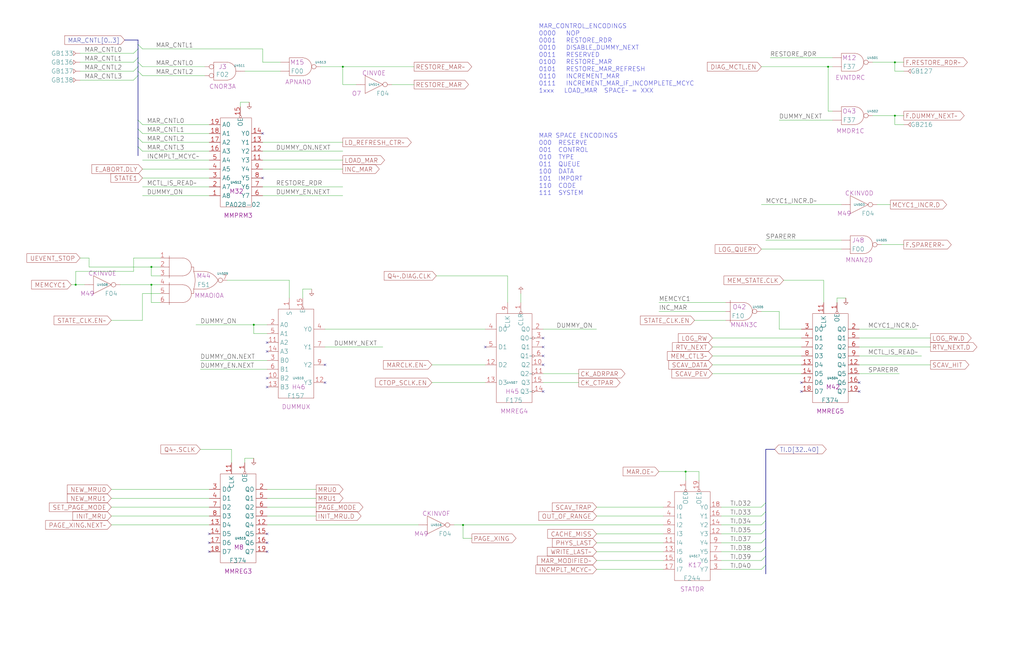
<source format=kicad_sch>
(kicad_sch (version 20250114) (generator "eeschema") (generator_version "9.0")
  (paper "User" 584.2 378.46)
  (title_block (title "MEMORY STATE MONITOR") (date "20-MAR-90") (rev "1.0") (comment 1 "FIU") (comment 2 "232-003065") (comment 3 "S400") (comment 4 "RELEASED"))
  (lib_symbols
    (symbol "r1000:F00" (pin_numbers (hide yes)) (pin_names (hide yes))
      (property "Reference" "U" (at 15.24 0 0))
      (property "Value" "F00" (at 1.905 -5.08 0))
      (property "Location" "___" (at 1.905 0 0))
      (property "Name" "______" (at 2.54 -12.7 0))
      (symbol "F00_0_1"
        (polyline (pts (xy -2.54 2.54) (xy -2.54 -7.62)) (stroke (width 0.1524)))
        (polyline (pts (xy -2.54 2.54) (xy 5.08 2.54)) (stroke (width 0.1524)))
        (polyline (pts (xy -2.54 -7.62) (xy 5.08 -7.62)) (stroke (width 0.1524)))
        (arc (start 5.08 2.54) (mid 10.1281 -2.54) (end 5.08 -7.62) (stroke (width 0.1524)))
        (circle (center 11.43 -2.54) (radius 1.27) (stroke (width 0.1524)))
      )
      (symbol "F00_0_2"
        (arc (start -3.175 2.54) (mid -2.134 -2.54) (end -3.175 -7.62) (stroke (width 0.1524)))
        (circle (center -3.81 0) (radius 1.27) (stroke (width 0.1524)))
        (circle (center -3.81 -5.08) (radius 1.27) (stroke (width 0.1524)))
        (polyline (pts (xy -3.175 2.54) (xy 3.81 2.54)) (stroke (width 0.1524)))
        (polyline (pts (xy -3.175 -7.62) (xy 3.81 -7.62)) (stroke (width 0.1524)))
        (arc (start 3.81 2.54) (mid 7.5828 0.7472) (end 10.16 -2.54) (stroke (width 0.1524)))
        (arc (start 10.16 -2.54) (mid 7.5855 -5.8306) (end 3.81 -7.62) (stroke (width 0.1524)))
      )
      (symbol "F00_1_1"
        (pin input line (at -7.62 0 0) (length 5.08) (name "D0") (number "1"))
        (pin input line (at -7.62 -5.08 0) (length 5.08) (name "D1") (number "2"))
        (pin output line (at 15.24 -2.54 180) (length 2.54) (name "Q") (number "3"))
      )
      (symbol "F00_1_2"
        (pin input line (at -7.62 0 0) (length 2.54) (name "D0") (number "1"))
        (pin input line (at -7.62 -5.08 0) (length 2.54) (name "D1") (number "2"))
        (pin output line (at 15.24 -2.54 180) (length 5.08) (name "Q") (number "3"))
      )
    )
    (symbol "r1000:F02" (pin_numbers (hide yes)) (pin_names (hide yes))
      (property "Reference" "U" (at 12.16 0.635 0))
      (property "Value" "F02" (at -1.27 -4.445 0))
      (property "Location" "___" (at 2.54 0 0))
      (property "Name" "______" (at 2.54 -12.7 0))
      (symbol "F02_0_1"
        (arc (start -3.81 2.54) (mid -2.9847 -2.54) (end -3.81 -7.62) (stroke (width 0.1524)))
        (polyline (pts (xy -5.08 0) (xy -3.175 0)) (stroke (width 0.1524)))
        (polyline (pts (xy -5.08 -5.08) (xy -3.175 -5.08)) (stroke (width 0.1524)))
        (polyline (pts (xy -3.81 2.54) (xy 2.54 2.54)) (stroke (width 0.1524)))
        (polyline (pts (xy -3.81 -7.62) (xy 2.54 -7.62)) (stroke (width 0.1524)))
        (arc (start 2.54 2.54) (mid 6.9477 0.8966) (end 10.16 -2.54) (stroke (width 0.1524)))
        (arc (start 10.16 -2.54) (mid 6.9515 -5.9823) (end 2.54 -7.62) (stroke (width 0.1524)))
        (circle (center 11.43 -2.54) (radius 1.27) (stroke (width 0.1524)))
        (polyline (pts (xy 13.97 -2.54) (xy 12.7 -2.54)) (stroke (width 0.1524)))
      )
      (symbol "F02_0_2"
        (circle (center -3.81 0) (radius 1.27) (stroke (width 0.1524)))
        (circle (center -3.81 -5.08) (radius 1.27) (stroke (width 0.1524)))
        (polyline (pts (xy -2.54 2.54) (xy -2.54 -7.62)) (stroke (width 0.1524)))
        (polyline (pts (xy -2.54 2.54) (xy 5.08 2.54)) (stroke (width 0.1524)))
        (polyline (pts (xy -2.54 -7.62) (xy 5.08 -7.62)) (stroke (width 0.1524)))
        (arc (start 5.08 2.54) (mid 10.1281 -2.54) (end 5.08 -7.62) (stroke (width 0.1524)))
        (polyline (pts (xy 11.43 -2.54) (xy 10.16 -2.54)) (stroke (width 0.1524)))
        (polyline (pts (xy 11.43 -2.54) (xy 12.7 -2.54)) (stroke (width 0.1524)))
      )
      (symbol "F02_1_1"
        (pin input line (at -7.62 0 0) (length 2.54) (name "D0") (number "1"))
        (pin input line (at -7.62 -5.08 0) (length 2.54) (name "D1") (number "2"))
        (pin output line (at 15.24 -2.54 180) (length 1.27) (name "Q") (number "3"))
      )
      (symbol "F02_1_2"
        (pin input line (at -7.62 0 0) (length 2.54) (name "D0") (number "1"))
        (pin input line (at -7.62 -5.08 0) (length 2.54) (name "D1") (number "2"))
        (pin output line (at 15.24 -2.54 180) (length 2.54) (name "Q") (number "3"))
      )
    )
    (symbol "r1000:F04" (pin_numbers (hide yes)) (pin_names (hide yes))
      (property "Reference" "U" (at 0 0 0))
      (property "Value" "F04" (at 1.27 -5.08 0))
      (property "Location" "___" (at -12.7 -5.08 0))
      (property "Name" "______" (at 0 5.08 0))
      (symbol "F04_0_1"
        (polyline (pts (xy -7.62 0) (xy -5.08 0)) (stroke (width 0.1524)))
        (polyline (pts (xy -5.08 5.08) (xy -5.08 -5.08)) (stroke (width 0.1524)))
        (polyline (pts (xy 5.08 0) (xy -5.08 5.08)) (stroke (width 0.1524)))
        (polyline (pts (xy 5.08 0) (xy -5.08 -5.08)) (stroke (width 0.1524)))
        (circle (center 6.35 0) (radius 1.27) (stroke (width 0.1524)))
      )
      (symbol "F04_1_1"
        (pin input line (at -10.16 0 0) (length 2.54) (name "D0") (number "1"))
        (pin output line (at 10.16 0 180) (length 2.54) (name "Q") (number "2"))
      )
    )
    (symbol "r1000:F10" (pin_numbers (hide yes)) (pin_names (hide yes))
      (property "Reference" "U" (at 13.335 0 0))
      (property "Value" "F10" (at 5.715 -5.08 0))
      (property "Location" "___" (at -1.27 0 0))
      (property "Name" "______" (at -2.54 -10.16 0))
      (symbol "F10_0_1"
        (polyline (pts (xy -2.54 3.81) (xy -2.54 -8.89)) (stroke (width 0.1524)))
        (polyline (pts (xy -2.54 2.54) (xy 5.08 2.54)) (stroke (width 0.1524)))
        (polyline (pts (xy -2.54 -7.62) (xy 5.08 -7.62)) (stroke (width 0.1524)))
        (arc (start 5.08 2.54) (mid 10.1281 -2.54) (end 5.08 -7.62) (stroke (width 0.1524)))
        (circle (center 11.43 -2.54) (radius 1.27) (stroke (width 0.1524)))
      )
      (symbol "F10_0_2"
        (arc (start -2.54 2.54) (mid -1.8195 -2.54) (end -2.54 -7.62) (stroke (width 0.1524)))
        (polyline (pts (xy -4.445 -2.54) (xy -5.08 -2.54)) (stroke (width 0.1524)))
        (circle (center -3.81 2.54) (radius 1.27) (stroke (width 0.1524)))
        (circle (center -3.81 -7.62) (radius 1.27) (stroke (width 0.1524)))
        (circle (center -3.175 -2.54) (radius 1.27) (stroke (width 0.1524)))
        (polyline (pts (xy -2.54 2.54) (xy 5.08 2.54)) (stroke (width 0.1524)))
        (polyline (pts (xy -2.54 -7.62) (xy 5.08 -7.62)) (stroke (width 0.1524)))
        (arc (start 5.08 2.54) (mid 8.4807 0.6111) (end 10.795 -2.54) (stroke (width 0.1524)))
        (arc (start 10.795 -2.54) (mid 8.4844 -5.6952) (end 5.08 -7.62) (stroke (width 0.1524)))
        (polyline (pts (xy 10.795 -2.54) (xy 12.7 -2.54)) (stroke (width 0.1524)))
      )
      (symbol "F10_1_1"
        (pin input line (at -5.08 2.54 0) (length 2.54) (name "D0") (number "1"))
        (pin input line (at -5.08 -2.54 0) (length 2.54) (name "D1") (number "2"))
        (pin input line (at -5.08 -7.62 0) (length 2.54) (name "D2") (number "3"))
        (pin output line (at 15.24 -2.54 180) (length 2.54) (name "Q") (number "4"))
      )
      (symbol "F10_1_2"
        (pin input line (at -5.08 2.54 0) (length 0) (name "D0") (number "1"))
        (pin input line (at -5.08 -2.54 0) (length 0) (name "D1") (number "2"))
        (pin input line (at -5.08 -7.62 0) (length 0) (name "D2") (number "3"))
        (pin output line (at 15.24 -2.54 180) (length 2.54) (name "Q") (number "4"))
      )
    )
    (symbol "r1000:F157" (pin_names (offset 1.016))
      (property "Reference" "U" (at 2.54 5.08 0))
      (property "Value" "F157" (at -3.81 -5.08 0))
      (property "Location" "___" (at -1.27 0 0))
      (property "Name" "______" (at 1.27 -12.7 0))
      (symbol "F157_1_1"
        (rectangle (start -8.89 44.45) (end 11.43 -6.35))
        (circle (center 5.08 45.085) (radius 0.635))
        (pin input line (at -15.24 35.56 0) (length 6.35) (name "A0") (number "2"))
        (pin input line (at -15.24 30.48 0) (length 6.35) (name "A1") (number "5"))
        (pin input line (at -15.24 25.4 0) (length 6.35) (name "A2") (number "11"))
        (pin input line (at -15.24 20.32 0) (length 6.35) (name "A3") (number "14"))
        (pin input line (at -15.24 15.24 0) (length 6.35) (name "B0") (number "3"))
        (pin input line (at -15.24 10.16 0) (length 6.35) (name "B1") (number "6"))
        (pin input line (at -15.24 5.08 0) (length 6.35) (name "B2") (number "10"))
        (pin input line (at -15.24 0 0) (length 6.35) (name "B3") (number "13"))
        (pin input line (at -2.54 50.8 270) (length 6.35) (name "S") (number "1"))
        (pin input line (at 5.08 50.8 270) (length 5.08) (name "E") (number "15"))
        (pin output line (at 17.78 33.02 180) (length 6.35) (name "Y0") (number "4"))
        (pin output line (at 17.78 22.86 180) (length 6.35) (name "Y1") (number "7"))
        (pin output line (at 17.78 12.7 180) (length 6.35) (name "Y2") (number "9"))
        (pin output line (at 17.78 2.54 180) (length 6.35) (name "Y3") (number "12"))
      )
    )
    (symbol "r1000:F175" (pin_names (offset 1.016))
      (property "Reference" "U" (at 2.54 5.08 0))
      (property "Value" "F175" (at -1.27 -5.08 0))
      (property "Location" "___" (at -1.27 0 0))
      (property "Name" "______" (at 3.81 -12.7 0))
      (symbol "F175_1_1"
        (rectangle (start -6.35 44.45) (end 13.97 -6.35))
        (circle (center 7.62 45.085) (radius 0.635))
        (circle (center 14.605 30.48) (radius 0.635))
        (circle (center 14.605 20.32) (radius 0.635))
        (circle (center 14.605 10.16) (radius 0.635))
        (circle (center 14.605 0) (radius 0.635))
        (pin input line (at -12.7 35.56 0) (length 6.35) (name "D0") (number "4"))
        (pin input line (at -12.7 25.4 0) (length 6.35) (name "D1") (number "5"))
        (pin input line (at -12.7 15.24 0) (length 6.35) (name "D2") (number "12"))
        (pin input line (at -12.7 5.08 0) (length 6.35) (name "D3") (number "13"))
        (pin input line (at 0 50.8 270) (length 6.35) (name "CLK") (number "9"))
        (pin input line (at 7.62 50.8 270) (length 5.08) (name "CLR") (number "1"))
        (pin output line (at 20.32 35.56 180) (length 6.35) (name "Q0") (number "2"))
        (pin output line (at 20.32 30.48 180) (length 5.08) (name "Q0~") (number "3"))
        (pin output line (at 20.32 25.4 180) (length 6.35) (name "Q1") (number "7"))
        (pin output line (at 20.32 20.32 180) (length 5.08) (name "Q1~") (number "6"))
        (pin output line (at 20.32 15.24 180) (length 6.35) (name "Q2") (number "10"))
        (pin output line (at 20.32 10.16 180) (length 5.08) (name "Q2~") (number "11"))
        (pin output line (at 20.32 5.08 180) (length 6.35) (name "Q3") (number "15"))
        (pin output line (at 20.32 0 180) (length 5.08) (name "Q3~") (number "14"))
      )
    )
    (symbol "r1000:F244" (pin_names (offset 1.016))
      (property "Reference" "U" (at 2.54 5.08 0))
      (property "Value" "F244" (at -3.81 -7.62 0))
      (property "Location" "___" (at -1.27 0 0))
      (property "Name" "______" (at 1.27 -15.24 0))
      (symbol "F244_1_1"
        (rectangle (start -8.89 41.91) (end 11.43 -8.89))
        (circle (center -2.54 42.545) (radius 0.635))
        (circle (center 5.08 42.545) (radius 0.635))
        (pin input line (at -15.24 33.02 0) (length 6.35) (name "I0") (number "2"))
        (pin input line (at -15.24 27.94 0) (length 6.35) (name "I1") (number "4"))
        (pin input line (at -15.24 22.86 0) (length 6.35) (name "I2") (number "6"))
        (pin input line (at -15.24 17.78 0) (length 6.35) (name "I3") (number "8"))
        (pin input line (at -15.24 12.7 0) (length 6.35) (name "I4") (number "11"))
        (pin input line (at -15.24 7.62 0) (length 6.35) (name "I5") (number "13"))
        (pin input line (at -15.24 2.54 0) (length 6.35) (name "I6") (number "15"))
        (pin input line (at -15.24 -2.54 0) (length 6.35) (name "I7") (number "17"))
        (pin input line (at -2.54 48.26 270) (length 5.08) (name "OE0") (number "1"))
        (pin input line (at 5.08 48.26 270) (length 5.08) (name "OE1") (number "19"))
        (pin tri_state line (at 17.78 33.02 180) (length 6.35) (name "Y0") (number "18"))
        (pin tri_state line (at 17.78 27.94 180) (length 6.35) (name "Y1") (number "16"))
        (pin tri_state line (at 17.78 22.86 180) (length 6.35) (name "Y2") (number "14"))
        (pin tri_state line (at 17.78 17.78 180) (length 6.35) (name "Y3") (number "12"))
        (pin tri_state line (at 17.78 12.7 180) (length 6.35) (name "Y4") (number "9"))
        (pin tri_state line (at 17.78 7.62 180) (length 6.35) (name "Y5") (number "7"))
        (pin tri_state line (at 17.78 2.54 180) (length 6.35) (name "Y6") (number "5"))
        (pin tri_state line (at 17.78 -2.54 180) (length 6.35) (name "Y7") (number "3"))
      )
    )
    (symbol "r1000:F37" (pin_numbers (hide yes)) (pin_names (offset 0) (hide yes))
      (property "Reference" "U" (at 15.24 0 0))
      (property "Value" "F37" (at 1.905 -5.08 0))
      (property "Location" "___" (at 1.905 0 0))
      (property "Name" "______" (at 2.54 -12.7 0))
      (symbol "F37_0_1"
        (polyline (pts (xy -2.54 2.54) (xy -2.54 -7.62)) (stroke (width 0.1524)))
        (polyline (pts (xy -2.54 2.54) (xy 5.08 2.54)) (stroke (width 0.1524)))
        (polyline (pts (xy -2.54 -7.62) (xy 5.08 -7.62)) (stroke (width 0.1524)))
        (arc (start 5.08 2.54) (mid 10.1281 -2.54) (end 5.08 -7.62) (stroke (width 0.1524)))
        (circle (center 11.43 -2.54) (radius 1.27) (stroke (width 0.1524)))
      )
      (symbol "F37_0_2"
        (arc (start -3.175 2.54) (mid -2.134 -2.54) (end -3.175 -7.62) (stroke (width 0.1524)))
        (circle (center -3.81 0) (radius 1.27) (stroke (width 0.1524)))
        (circle (center -3.81 -5.08) (radius 1.27) (stroke (width 0.1524)))
        (polyline (pts (xy -3.175 2.54) (xy 3.81 2.54)) (stroke (width 0.1524)))
        (polyline (pts (xy -3.175 -7.62) (xy 3.81 -7.62)) (stroke (width 0.1524)))
        (arc (start 3.81 2.54) (mid 7.5828 0.7472) (end 10.16 -2.54) (stroke (width 0.1524)))
        (arc (start 10.16 -2.54) (mid 7.5855 -5.8306) (end 3.81 -7.62) (stroke (width 0.1524)))
      )
      (symbol "F37_1_1"
        (pin input line (at -7.62 0 0) (length 5.08) (name "D0") (number "1"))
        (pin input line (at -7.62 -5.08 0) (length 5.08) (name "D1") (number "2"))
        (pin output line (at 15.24 -2.54 180) (length 2.54) (name "Q") (number "3"))
      )
      (symbol "F37_1_2"
        (pin input line (at -7.62 0 0) (length 2.54) (name "D0") (number "1"))
        (pin input line (at -7.62 -5.08 0) (length 2.54) (name "D1") (number "2"))
        (pin output line (at 15.24 -2.54 180) (length 5.08) (name "Q") (number "3"))
      )
    )
    (symbol "r1000:F374" (pin_names (offset 1.016))
      (property "Reference" "U" (at 2.54 5.08 0))
      (property "Value" "F374" (at -3.81 -7.62 0))
      (property "Location" "___" (at -1.27 0 0))
      (property "Name" "______" (at 1.27 -15.24 0))
      (symbol "F374_1_1"
        (rectangle (start -8.89 41.91) (end 11.43 -8.89))
        (circle (center 5.08 42.545) (radius 0.635))
        (pin input line (at -15.24 33.02 0) (length 6.35) (name "D0") (number "3"))
        (pin input line (at -15.24 27.94 0) (length 6.35) (name "D1") (number "4"))
        (pin input line (at -15.24 22.86 0) (length 6.35) (name "D2") (number "7"))
        (pin input line (at -15.24 17.78 0) (length 6.35) (name "D3") (number "8"))
        (pin input line (at -15.24 12.7 0) (length 6.35) (name "D4") (number "13"))
        (pin input line (at -15.24 7.62 0) (length 6.35) (name "D5") (number "14"))
        (pin input line (at -15.24 2.54 0) (length 6.35) (name "D6") (number "17"))
        (pin input line (at -15.24 -2.54 0) (length 6.35) (name "D7") (number "18"))
        (pin input line (at -2.54 48.26 270) (length 6.35) (name "CLK") (number "11"))
        (pin input line (at 5.08 48.26 270) (length 5.08) (name "OE") (number "1"))
        (pin tri_state line (at 17.78 33.02 180) (length 6.35) (name "Q0") (number "2"))
        (pin tri_state line (at 17.78 27.94 180) (length 6.35) (name "Q1") (number "5"))
        (pin tri_state line (at 17.78 22.86 180) (length 6.35) (name "Q2") (number "6"))
        (pin tri_state line (at 17.78 17.78 180) (length 6.35) (name "Q3") (number "9"))
        (pin tri_state line (at 17.78 12.7 180) (length 6.35) (name "Q4") (number "12"))
        (pin tri_state line (at 17.78 7.62 180) (length 6.35) (name "Q5") (number "15"))
        (pin tri_state line (at 17.78 2.54 180) (length 6.35) (name "Q6") (number "16"))
        (pin tri_state line (at 17.78 -2.54 180) (length 6.35) (name "Q7") (number "19"))
      )
    )
    (symbol "r1000:F51" (pin_names (hide yes))
      (property "Reference" "U" (at 12.7 1.27 0))
      (property "Value" "F51" (at 1.905 -5.08 0))
      (property "Location" "___" (at 1.905 0 0))
      (property "Name" "______" (at 5.08 -12.7 0))
      (symbol "F51_0_0"
        (polyline (pts (xy -20.32 10.16) (xy -17.78 10.16)) (stroke (width 0.1524)))
        (polyline (pts (xy -20.32 5.08) (xy -17.78 5.08)) (stroke (width 0.1524)))
        (polyline (pts (xy -20.32 0) (xy -17.78 0)) (stroke (width 0.1524)))
        (polyline (pts (xy -20.32 -5.08) (xy -17.78 -5.08)) (stroke (width 0.1524)))
        (polyline (pts (xy -20.32 -10.16) (xy -17.78 -10.16)) (stroke (width 0.1524)))
        (polyline (pts (xy -20.32 -15.24) (xy -17.78 -15.24)) (stroke (width 0.1524)))
        (arc (start -3.8173 2.54) (mid -2.9926 -2.54) (end -3.8173 -7.62) (stroke (width 0.1524)))
        (polyline (pts (xy -17.78 11.43) (xy -17.78 -1.27)) (stroke (width 0.1524)))
        (polyline (pts (xy -17.78 -3.81) (xy -17.78 -16.51)) (stroke (width 0.1524)))
        (polyline (pts (xy -10.16 10.16) (xy -17.78 10.16)) (stroke (width 0.1524)))
        (arc (start -10.16 10.16) (mid -6.5679 8.6721) (end -5.08 5.08) (stroke (width 0.1524)))
        (arc (start -5.08 5.08) (mid -6.5679 1.4879) (end -10.16 0) (stroke (width 0.1524)))
        (polyline (pts (xy -10.16 0) (xy -17.78 0)) (stroke (width 0.1524)))
        (polyline (pts (xy -10.16 -5.08) (xy -17.78 -5.08)) (stroke (width 0.1524)))
        (arc (start -10.16 -5.08) (mid -6.5679 -6.5679) (end -5.08 -10.16) (stroke (width 0.1524)))
        (arc (start -5.08 -10.16) (mid -6.5679 -13.7521) (end -10.16 -15.24) (stroke (width 0.1524)))
        (polyline (pts (xy -10.16 -15.24) (xy -17.78 -15.24)) (stroke (width 0.1524)))
        (polyline (pts (xy -5.08 5.08) (xy -3.81 5.08) (xy -3.81 2.54)) (stroke (width 0.1524)))
        (polyline (pts (xy -5.08 -10.16) (xy -3.81 -10.16) (xy -3.81 -7.62)) (stroke (width 0.1524)))
        (polyline (pts (xy -3.81 2.54) (xy 2.54 2.54)) (stroke (width 0.1524)))
        (polyline (pts (xy -3.81 -7.62) (xy 2.54 -7.62)) (stroke (width 0.1524)))
        (arc (start 10.16 -2.54) (mid 6.9504 -5.9807) (end 2.54 -7.62) (stroke (width 0.1524)))
        (arc (start 2.54 2.54) (mid 6.9516 0.9024) (end 10.16 -2.54) (stroke (width 0.1524)))
        (circle (center 11.43 -2.54) (radius 1.27) (stroke (width 0.1524)))
      )
      (symbol "F51_1_1"
        (pin input line (at -22.86 10.16 0) (length 2.54) (name "A1") (number "1"))
        (pin input line (at -22.86 5.08 0) (length 2.54) (name "A2") (number "2"))
        (pin input line (at -22.86 0 0) (length 2.54) (name "A3") (number "3"))
        (pin input line (at -22.86 -5.08 0) (length 2.54) (name "B1") (number "4"))
        (pin input line (at -22.86 -10.16 0) (length 2.54) (name "B2") (number "5"))
        (pin input line (at -22.86 -15.24 0) (length 2.54) (name "B3") (number "6"))
        (pin output line (at 15.24 -2.54 180) (length 2.54) (name "Q") (number "7"))
      )
    )
    (symbol "r1000:GB" (pin_numbers (hide yes)) (pin_names (offset 0) (hide yes))
      (property "Reference" "GB" (at 3.81 0 0))
      (symbol "GB_0_1"
        (polyline (pts (xy 2.54 0) (xy 3.81 1.27) (xy 3.81 -1.27) (xy 2.54 0)) (stroke (width 0.1524)))
      )
      (symbol "GB_1_1"
        (pin bidirectional line (at 0 0 0) (length 2.54) (name "") (number "1"))
      )
    )
    (symbol "r1000:PAxxx" (pin_names (offset 1.016))
      (property "Reference" "U" (at 2.54 5.08 0))
      (property "Value" "PAxxx" (at -3.81 -7.62 0))
      (property "Location" "___" (at -1.27 0 0))
      (property "Name" "______" (at 3.81 -15.24 0))
      (symbol "PAxxx_1_1"
        (rectangle (start -6.35 41.91) (end 11.43 -8.89))
        (circle (center 5.08 42.545) (radius 0.635))
        (pin input line (at -12.7 38.1 0) (length 6.35) (name "A0") (number "19"))
        (pin input line (at -12.7 33.02 0) (length 6.35) (name "A1") (number "18"))
        (pin input line (at -12.7 27.94 0) (length 6.35) (name "A2") (number "17"))
        (pin input line (at -12.7 22.86 0) (length 6.35) (name "A3") (number "16"))
        (pin input line (at -12.7 17.78 0) (length 6.35) (name "A4") (number "5"))
        (pin input line (at -12.7 12.7 0) (length 6.35) (name "A5") (number "4"))
        (pin input line (at -12.7 7.62 0) (length 6.35) (name "A6") (number "3"))
        (pin input line (at -12.7 2.54 0) (length 6.35) (name "A7") (number "2"))
        (pin input line (at -12.7 -2.54 0) (length 6.35) (name "A8") (number "1"))
        (pin input line (at 5.08 48.26 270) (length 5.08) (name "OE") (number "15"))
        (pin tri_state line (at 17.78 33.02 180) (length 6.35) (name "Y0") (number "14"))
        (pin tri_state line (at 17.78 27.94 180) (length 6.35) (name "Y1") (number "13"))
        (pin tri_state line (at 17.78 22.86 180) (length 6.35) (name "Y2") (number "12"))
        (pin tri_state line (at 17.78 17.78 180) (length 6.35) (name "Y3") (number "11"))
        (pin tri_state line (at 17.78 12.7 180) (length 6.35) (name "Y4") (number "9"))
        (pin tri_state line (at 17.78 7.62 180) (length 6.35) (name "Y5") (number "8"))
        (pin tri_state line (at 17.78 2.54 180) (length 6.35) (name "Y6") (number "7"))
        (pin tri_state line (at 17.78 -2.54 180) (length 6.35) (name "Y7") (number "6"))
      )
    )
    (symbol "r1000:PD" (power) (pin_numbers (hide yes)) (pin_names (hide yes)) (in_bom no)
      (symbol "PD_0_1"
        (polyline (pts (xy 0 -2.54) (xy 1.27 -2.54) (xy 0 -3.81) (xy -1.27 -2.54) (xy 0 -2.54)) (stroke (width 0.1524)))
      )
      (symbol "PD_1_1"
        (pin power_in line (at 0 0 270) (length 2.54) (name "PD") (number "1"))
      )
    )
    (symbol "r1000:PU" (power) (pin_numbers (hide yes)) (pin_names (hide yes))
      (symbol "PU_0_1"
        (polyline (pts (xy 0 2.54) (xy -1.27 2.54) (xy 0 3.81) (xy 1.27 2.54) (xy 0 2.54)) (stroke (width 0.1524)))
      )
      (symbol "PU_1_1"
        (pin power_in line (at 0 0 90) (length 2.54) (name "PU") (number "1"))
      )
    )
  )
  (text "MAR_CONTROL_ENCODINGS\n0000   NOP\n0001   RESTORE_RDR\n0010   DISABLE_DUMMY_NEXT\n0011   RESERVED\n0100   RESTORE_MAR\n0101   RESTORE_MAR_REFRESH\n0110   INCREMENT_MAR\n0111   INCREMENT_MAR_IF_INCOMPLETE_MCYC\n1xxx   LOAD_MAR  SPACE~ = XXX" (at 307.34 53.34 0) (effects (font (size 2.54 2.54)) (justify left bottom)))
  (text "MAR SPACE ENCODINGS\n000  RESERVE\n001  CONTROL\n010  TYPE\n011  QUEUE\n100  DATA\n101  IMPORT\n110  CODE\n111  SYSTEM" (at 307.34 111.76 0) (effects (font (size 2.54 2.54)) (justify left bottom)))
  (junction (at 43.18 162.56))
  (junction (at 86.36 152.4))
  (junction (at 510.54 35.56))
  (junction (at 510.54 66.04))
  (junction (at 264.16 299.72))
  (junction (at 391.16 269.24))
  (junction (at 86.36 162.56))
  (junction (at 472.44 38.1))
  (junction (at 195.58 38.1))
  (junction (at 144.78 185.42))
  (no_connect (at 309.88 203.2))
  (no_connect (at 119.38 309.88))
  (no_connect (at 309.88 193.04))
  (no_connect (at 149.86 101.6))
  (no_connect (at 309.88 198.12))
  (no_connect (at 185.42 218.44))
  (no_connect (at 119.38 314.96))
  (no_connect (at 152.4 200.66))
  (no_connect (at 152.4 220.98))
  (no_connect (at 152.4 309.88))
  (no_connect (at 149.86 76.2))
  (no_connect (at 457.2 218.44))
  (no_connect (at 152.4 215.9))
  (no_connect (at 309.88 208.28))
  (no_connect (at 457.2 223.52))
  (no_connect (at 490.22 218.44))
  (no_connect (at 309.88 223.52))
  (no_connect (at 152.4 195.58))
  (no_connect (at 276.86 198.12))
  (no_connect (at 185.42 208.28))
  (no_connect (at 119.38 304.8))
  (no_connect (at 152.4 314.96))
  (no_connect (at 490.22 223.52))
  (no_connect (at 152.4 304.8))
  (bus_entry (at 78.74 25.4) (size 2.54 2.54))
  (bus_entry (at 78.74 83.82) (size 2.54 2.54))
  (bus_entry (at 436.88 322.58) (size -2.54 2.54))
  (bus_entry (at 436.88 317.5) (size -2.54 2.54))
  (bus_entry (at 78.74 43.18) (size -2.54 2.54))
  (bus_entry (at 78.74 38.1) (size -2.54 2.54))
  (bus_entry (at 436.88 302.26) (size -2.54 2.54))
  (bus_entry (at 436.88 312.42) (size -2.54 2.54))
  (bus_entry (at 78.74 68.58) (size 2.54 2.54))
  (bus_entry (at 436.88 297.18) (size -2.54 2.54))
  (bus_entry (at 78.74 78.74) (size 2.54 2.54))
  (bus_entry (at 78.74 33.02) (size -2.54 2.54))
  (bus_entry (at 436.88 292.1) (size -2.54 2.54))
  (bus_entry (at 78.74 73.66) (size 2.54 2.54))
  (bus_entry (at 436.88 287.02) (size -2.54 2.54))
  (bus_entry (at 78.74 35.56) (size 2.54 2.54))
  (bus_entry (at 436.88 307.34) (size -2.54 2.54))
  (bus_entry (at 78.74 27.94) (size -2.54 2.54))
  (bus_entry (at 78.74 40.64) (size 2.54 2.54))
  (wire (pts (xy 160.02 35.56) (xy 149.86 35.56)))
  (wire (pts (xy 43.18 154.94) (xy 76.2 154.94)))
  (wire (pts (xy 472.44 38.1) (xy 474.98 38.1)))
  (wire (pts (xy 91.44 157.48) (xy 86.36 157.48)))
  (wire (pts (xy 149.86 111.76) (xy 195.58 111.76)))
  (wire (pts (xy 142.24 58.42) (xy 137.16 58.42)))
  (wire (pts (xy 482.6 170.18) (xy 477.52 170.18)))
  (wire (pts (xy 444.5 68.58) (xy 474.98 68.58)))
  (wire (pts (xy 490.22 208.28) (xy 530.86 208.28)))
  (wire (pts (xy 406.4 213.36) (xy 457.2 213.36)))
  (bus (pts (xy 436.88 322.58) (xy 436.88 327.66)))
  (wire (pts (xy 264.16 307.34) (xy 264.16 299.72)))
  (wire (pts (xy 474.98 63.5) (xy 472.44 63.5)))
  (wire (pts (xy 340.36 304.8) (xy 378.46 304.8)))
  (bus (pts (xy 436.88 292.1) (xy 436.88 297.18)))
  (wire (pts (xy 515.62 71.12) (xy 510.54 71.12)))
  (bus (pts (xy 78.74 83.82) (xy 78.74 88.9)))
  (wire (pts (xy 195.58 48.26) (xy 195.58 38.1)))
  (bus (pts (xy 78.74 27.94) (xy 78.74 33.02)))
  (wire (pts (xy 406.4 208.28) (xy 457.2 208.28)))
  (wire (pts (xy 309.88 213.36) (xy 330.2 213.36)))
  (bus (pts (xy 78.74 43.18) (xy 78.74 68.58)))
  (wire (pts (xy 411.48 320.04) (xy 434.34 320.04)))
  (wire (pts (xy 45.72 30.48) (xy 76.2 30.48)))
  (wire (pts (xy 497.84 35.56) (xy 510.54 35.56)))
  (wire (pts (xy 469.9 172.72) (xy 469.9 160.02)))
  (wire (pts (xy 152.4 294.64) (xy 180.34 294.64)))
  (wire (pts (xy 340.36 289.56) (xy 378.46 289.56)))
  (wire (pts (xy 144.78 261.62) (xy 139.7 261.62)))
  (wire (pts (xy 81.28 96.52) (xy 119.38 96.52)))
  (wire (pts (xy 502.92 139.7) (xy 515.62 139.7)))
  (wire (pts (xy 490.22 198.12) (xy 530.86 198.12)))
  (wire (pts (xy 86.36 172.72) (xy 86.36 162.56)))
  (wire (pts (xy 406.4 193.04) (xy 457.2 193.04)))
  (wire (pts (xy 515.62 40.64) (xy 510.54 40.64)))
  (wire (pts (xy 340.36 325.12) (xy 378.46 325.12)))
  (wire (pts (xy 81.28 86.36) (xy 119.38 86.36)))
  (wire (pts (xy 500.38 116.84) (xy 508 116.84)))
  (wire (pts (xy 81.28 167.64) (xy 91.44 167.64)))
  (wire (pts (xy 81.28 71.12) (xy 119.38 71.12)))
  (wire (pts (xy 490.22 193.04) (xy 530.86 193.04)))
  (wire (pts (xy 68.58 162.56) (xy 86.36 162.56)))
  (wire (pts (xy 289.56 172.72) (xy 289.56 157.48)))
  (wire (pts (xy 396.24 182.88) (xy 414.02 182.88)))
  (bus (pts (xy 78.74 35.56) (xy 78.74 38.1)))
  (wire (pts (xy 340.36 294.64) (xy 378.46 294.64)))
  (bus (pts (xy 436.88 256.54) (xy 441.96 256.54)))
  (wire (pts (xy 114.3 210.82) (xy 152.4 210.82)))
  (wire (pts (xy 472.44 63.5) (xy 472.44 38.1)))
  (bus (pts (xy 436.88 297.18) (xy 436.88 302.26)))
  (wire (pts (xy 223.52 48.26) (xy 236.22 48.26)))
  (wire (pts (xy 411.48 294.64) (xy 434.34 294.64)))
  (wire (pts (xy 43.18 154.94) (xy 43.18 162.56)))
  (bus (pts (xy 78.74 78.74) (xy 78.74 83.82)))
  (wire (pts (xy 114.3 205.74) (xy 152.4 205.74)))
  (wire (pts (xy 81.28 76.2) (xy 119.38 76.2)))
  (wire (pts (xy 144.78 185.42) (xy 152.4 185.42)))
  (wire (pts (xy 497.84 66.04) (xy 510.54 66.04)))
  (bus (pts (xy 78.74 25.4) (xy 78.74 27.94)))
  (wire (pts (xy 63.5 289.56) (xy 119.38 289.56)))
  (wire (pts (xy 81.28 91.44) (xy 119.38 91.44)))
  (wire (pts (xy 340.36 309.88) (xy 378.46 309.88)))
  (wire (pts (xy 469.9 160.02) (xy 447.04 160.02)))
  (bus (pts (xy 78.74 68.58) (xy 78.74 73.66)))
  (wire (pts (xy 139.7 40.64) (xy 160.02 40.64)))
  (wire (pts (xy 63.5 294.64) (xy 119.38 294.64)))
  (wire (pts (xy 45.72 147.32) (xy 50.8 147.32)))
  (wire (pts (xy 490.22 213.36) (xy 513.08 213.36)))
  (wire (pts (xy 149.86 96.52) (xy 195.58 96.52)))
  (wire (pts (xy 50.8 152.4) (xy 86.36 152.4)))
  (wire (pts (xy 510.54 40.64) (xy 510.54 35.56)))
  (wire (pts (xy 195.58 38.1) (xy 236.22 38.1)))
  (wire (pts (xy 149.86 91.44) (xy 195.58 91.44)))
  (bus (pts (xy 436.88 302.26) (xy 436.88 307.34)))
  (wire (pts (xy 152.4 284.48) (xy 180.34 284.48)))
  (wire (pts (xy 457.2 187.96) (xy 444.5 187.96)))
  (wire (pts (xy 340.36 320.04) (xy 378.46 320.04)))
  (wire (pts (xy 63.5 299.72) (xy 119.38 299.72)))
  (wire (pts (xy 246.38 208.28) (xy 276.86 208.28)))
  (wire (pts (xy 81.28 43.18) (xy 116.84 43.18)))
  (wire (pts (xy 91.44 172.72) (xy 86.36 172.72)))
  (wire (pts (xy 375.92 177.8) (xy 414.02 177.8)))
  (wire (pts (xy 477.52 170.18) (xy 477.52 172.72)))
  (wire (pts (xy 63.5 182.88) (xy 81.28 182.88)))
  (wire (pts (xy 391.16 269.24) (xy 375.92 269.24)))
  (wire (pts (xy 309.88 218.44) (xy 330.2 218.44)))
  (wire (pts (xy 165.1 170.18) (xy 165.1 160.02)))
  (wire (pts (xy 152.4 289.56) (xy 180.34 289.56)))
  (wire (pts (xy 490.22 203.2) (xy 525.78 203.2)))
  (bus (pts (xy 78.74 40.64) (xy 78.74 43.18)))
  (wire (pts (xy 132.08 256.54) (xy 114.3 256.54)))
  (bus (pts (xy 71.12 22.86) (xy 78.74 22.86)))
  (wire (pts (xy 86.36 162.56) (xy 91.44 162.56)))
  (wire (pts (xy 406.4 198.12) (xy 457.2 198.12)))
  (bus (pts (xy 78.74 38.1) (xy 78.74 40.64)))
  (wire (pts (xy 264.16 299.72) (xy 378.46 299.72)))
  (wire (pts (xy 398.78 274.32) (xy 398.78 269.24)))
  (wire (pts (xy 81.28 106.68) (xy 119.38 106.68)))
  (wire (pts (xy 182.88 38.1) (xy 195.58 38.1)))
  (wire (pts (xy 398.78 269.24) (xy 391.16 269.24)))
  (wire (pts (xy 165.1 160.02) (xy 129.54 160.02)))
  (wire (pts (xy 144.78 190.5) (xy 144.78 185.42)))
  (wire (pts (xy 111.76 185.42) (xy 144.78 185.42)))
  (wire (pts (xy 411.48 325.12) (xy 434.34 325.12)))
  (wire (pts (xy 434.34 116.84) (xy 480.06 116.84)))
  (wire (pts (xy 86.36 152.4) (xy 91.44 152.4)))
  (wire (pts (xy 411.48 299.72) (xy 434.34 299.72)))
  (wire (pts (xy 340.36 314.96) (xy 378.46 314.96)))
  (bus (pts (xy 436.88 317.5) (xy 436.88 322.58)))
  (wire (pts (xy 149.86 106.68) (xy 195.58 106.68)))
  (wire (pts (xy 297.18 167.64) (xy 297.18 172.72)))
  (wire (pts (xy 436.88 137.16) (xy 480.06 137.16)))
  (wire (pts (xy 152.4 279.4) (xy 180.34 279.4)))
  (wire (pts (xy 76.2 147.32) (xy 91.44 147.32)))
  (bus (pts (xy 78.74 33.02) (xy 78.74 35.56)))
  (wire (pts (xy 203.2 48.26) (xy 195.58 48.26)))
  (wire (pts (xy 510.54 66.04) (xy 515.62 66.04)))
  (wire (pts (xy 81.28 182.88) (xy 81.28 167.64)))
  (wire (pts (xy 269.24 307.34) (xy 264.16 307.34)))
  (wire (pts (xy 152.4 190.5) (xy 144.78 190.5)))
  (wire (pts (xy 149.86 27.94) (xy 81.28 27.94)))
  (wire (pts (xy 149.86 35.56) (xy 149.86 27.94)))
  (wire (pts (xy 149.86 81.28) (xy 195.58 81.28)))
  (wire (pts (xy 152.4 299.72) (xy 238.76 299.72)))
  (wire (pts (xy 45.72 45.72) (xy 76.2 45.72)))
  (wire (pts (xy 510.54 71.12) (xy 510.54 66.04)))
  (wire (pts (xy 63.5 284.48) (xy 119.38 284.48)))
  (wire (pts (xy 411.48 304.8) (xy 434.34 304.8)))
  (wire (pts (xy 439.42 33.02) (xy 474.98 33.02)))
  (wire (pts (xy 81.28 81.28) (xy 119.38 81.28)))
  (wire (pts (xy 149.86 86.36) (xy 195.58 86.36)))
  (wire (pts (xy 246.38 218.44) (xy 276.86 218.44)))
  (wire (pts (xy 309.88 187.96) (xy 340.36 187.96)))
  (wire (pts (xy 43.18 162.56) (xy 48.26 162.56)))
  (wire (pts (xy 63.5 279.4) (xy 119.38 279.4)))
  (wire (pts (xy 76.2 154.94) (xy 76.2 147.32)))
  (wire (pts (xy 411.48 314.96) (xy 434.34 314.96)))
  (wire (pts (xy 81.28 101.6) (xy 119.38 101.6)))
  (bus (pts (xy 78.74 22.86) (xy 78.74 25.4)))
  (wire (pts (xy 444.5 177.8) (xy 434.34 177.8)))
  (bus (pts (xy 436.88 287.02) (xy 436.88 292.1)))
  (wire (pts (xy 45.72 35.56) (xy 76.2 35.56)))
  (wire (pts (xy 172.72 170.18) (xy 172.72 165.1)))
  (wire (pts (xy 406.4 203.2) (xy 457.2 203.2)))
  (wire (pts (xy 490.22 187.96) (xy 523.24 187.96)))
  (wire (pts (xy 185.42 187.96) (xy 276.86 187.96)))
  (wire (pts (xy 172.72 165.1) (xy 177.8 165.1)))
  (wire (pts (xy 185.42 198.12) (xy 218.44 198.12)))
  (wire (pts (xy 444.5 187.96) (xy 444.5 177.8)))
  (wire (pts (xy 411.48 309.88) (xy 434.34 309.88)))
  (wire (pts (xy 81.28 111.76) (xy 119.38 111.76)))
  (bus (pts (xy 436.88 256.54) (xy 436.88 287.02)))
  (bus (pts (xy 436.88 307.34) (xy 436.88 312.42)))
  (wire (pts (xy 289.56 157.48) (xy 248.92 157.48)))
  (bus (pts (xy 78.74 73.66) (xy 78.74 78.74)))
  (wire (pts (xy 139.7 261.62) (xy 139.7 264.16)))
  (wire (pts (xy 510.54 35.56) (xy 515.62 35.56)))
  (wire (pts (xy 50.8 147.32) (xy 50.8 152.4)))
  (wire (pts (xy 137.16 58.42) (xy 137.16 60.96)))
  (wire (pts (xy 391.16 274.32) (xy 391.16 269.24)))
  (wire (pts (xy 40.64 162.56) (xy 43.18 162.56)))
  (wire (pts (xy 434.34 142.24) (xy 480.06 142.24)))
  (wire (pts (xy 434.34 38.1) (xy 472.44 38.1)))
  (wire (pts (xy 411.48 289.56) (xy 434.34 289.56)))
  (wire (pts (xy 375.92 172.72) (xy 414.02 172.72)))
  (wire (pts (xy 81.28 38.1) (xy 116.84 38.1)))
  (bus (pts (xy 436.88 312.42) (xy 436.88 317.5)))
  (wire (pts (xy 132.08 264.16) (xy 132.08 256.54)))
  (wire (pts (xy 259.08 299.72) (xy 264.16 299.72)))
  (wire (pts (xy 86.36 157.48) (xy 86.36 152.4)))
  (wire (pts (xy 45.72 40.64) (xy 76.2 40.64)))
  (label "MAR_CNTL3" (at 83.82 86.36 0) (effects (font (size 2.54 2.54))))
  (label "INCMPLT_MCYC~" (at 83.82 91.44 0) (effects (font (size 2.54 2.54))))
  (label "DUMMY_ON" (at 83.82 111.76 0) (effects (font (size 2.54 2.54))))
  (label "TI.D39" (at 416.56 320.04 0) (effects (font (size 2.54 2.54))))
  (label "MCYC1_INCR.D~" (at 495.3 187.96 0) (effects (font (size 2.54 2.54))))
  (label "MAR_CNTL2" (at 88.9 43.18 0) (effects (font (size 2.54 2.54))))
  (label "DUMMY_ON" (at 317.5 187.96 0) (effects (font (size 2.54 2.54))))
  (label "MCTL_IS_READ~" (at 83.82 106.68 0) (effects (font (size 2.54 2.54))))
  (label "TI.D37" (at 416.56 309.88 0) (effects (font (size 2.54 2.54))))
  (label "TI.D32" (at 416.56 289.56 0) (effects (font (size 2.54 2.54))))
  (label "DUMMY_EN.NEXT" (at 157.48 111.76 0) (effects (font (size 2.54 2.54))))
  (label "DUMMY_EN.NEXT" (at 114.3 210.82 0) (effects (font (size 2.54 2.54))))
  (label "SPARERR" (at 436.88 137.16 0) (effects (font (size 2.54 2.54))))
  (label "TI.D35" (at 416.56 304.8 0) (effects (font (size 2.54 2.54))))
  (label "DUMMY_ON" (at 114.3 185.42 0) (effects (font (size 2.54 2.54))))
  (label "MAR_CNTL3" (at 48.26 45.72 0) (effects (font (size 2.54 2.54))))
  (label "DUMMY_ON.NEXT" (at 157.48 86.36 0) (effects (font (size 2.54 2.54))))
  (label "DUMMY_ON.NEXT" (at 114.3 205.74 0) (effects (font (size 2.54 2.54))))
  (label "SPARERR" (at 495.3 213.36 0) (effects (font (size 2.54 2.54))))
  (label "RESTORE_RDR" (at 157.48 106.68 0) (effects (font (size 2.54 2.54))))
  (label "MAR_CNTL1" (at 83.82 76.2 0) (effects (font (size 2.54 2.54))))
  (label "DUMMY_NEXT" (at 444.5 68.58 0) (effects (font (size 2.54 2.54))))
  (label "INC_MAR" (at 375.92 177.8 0) (effects (font (size 2.54 2.54))))
  (label "MAR_CNTL2" (at 48.26 40.64 0) (effects (font (size 2.54 2.54))))
  (label "TI.D33" (at 416.56 294.64 0) (effects (font (size 2.54 2.54))))
  (label "MEMCYC1" (at 375.92 172.72 0) (effects (font (size 2.54 2.54))))
  (label "MAR_CNTL0" (at 88.9 38.1 0) (effects (font (size 2.54 2.54))))
  (label "MAR_CNTL0" (at 83.82 71.12 0) (effects (font (size 2.54 2.54))))
  (label "TI.D34" (at 416.56 299.72 0) (effects (font (size 2.54 2.54))))
  (label "MCTL_IS_READ~" (at 495.3 203.2 0) (effects (font (size 2.54 2.54))))
  (label "MAR_CNTL1" (at 88.9 27.94 0) (effects (font (size 2.54 2.54))))
  (label "TI.D40" (at 416.56 325.12 0) (effects (font (size 2.54 2.54))))
  (label "RESTORE_RDR" (at 439.42 33.02 0) (effects (font (size 2.54 2.54))))
  (label "MAR_CNTL2" (at 83.82 81.28 0) (effects (font (size 2.54 2.54))))
  (label "MAR_CNTL1" (at 48.26 35.56 0) (effects (font (size 2.54 2.54))))
  (label "MCYC1_INCR.D~" (at 436.88 116.84 0) (effects (font (size 2.54 2.54))))
  (label "DUMMY_NEXT" (at 190.5 198.12 0) (effects (font (size 2.54 2.54))))
  (label "MAR_CNTL0" (at 48.26 30.48 0) (effects (font (size 2.54 2.54))))
  (label "TI.D38" (at 416.56 314.96 0) (effects (font (size 2.54 2.54))))
  (global_label "NEW_MRU1" (shape input) (at 63.5 284.48 180) (effects (font (size 2.54 2.54))) (property "Intersheetrefs" "${INTERSHEET_REFS}" (at 38.354 284.3213 0) (effects (font (size 1.905 1.905)) (justify right))))
  (global_label "Q4~.DIAG.CLK" (shape input) (at 248.92 157.48 180) (effects (font (size 2.54 2.54))) (property "Intersheetrefs" "${INTERSHEET_REFS}" (at 219.1778 157.3213 0) (effects (font (size 1.905 1.905)) (justify right))))
  (global_label "LOG_QUERY" (shape input) (at 434.34 142.24 180) (effects (font (size 2.54 2.54))) (property "Intersheetrefs" "${INTERSHEET_REFS}" (at 407.9845 142.0813 0) (effects (font (size 1.905 1.905)) (justify right))))
  (global_label "PAGE_XING" (shape output) (at 269.24 307.34 0) (effects (font (size 2.54 2.54))) (property "Intersheetrefs" "${INTERSHEET_REFS}" (at 294.386 307.1813 0) (effects (font (size 1.905 1.905)) (justify left))))
  (global_label "PAGE_XING.NEXT~" (shape input) (at 63.5 299.72 180) (effects (font (size 2.54 2.54))) (property "Intersheetrefs" "${INTERSHEET_REFS}" (at 26.0169 299.5613 0) (effects (font (size 1.905 1.905)) (justify right))))
  (global_label "MEM_STATE.CLK" (shape input) (at 447.04 160.02 180) (effects (font (size 2.54 2.54))) (property "Intersheetrefs" "${INTERSHEET_REFS}" (at 413.0645 159.8613 0) (effects (font (size 1.905 1.905)) (justify right))))
  (global_label "RESTORE_MAR" (shape output) (at 236.22 48.26 0) (effects (font (size 2.54 2.54))) (property "Intersheetrefs" "${INTERSHEET_REFS}" (at 267.2927 48.1013 0) (effects (font (size 1.905 1.905)) (justify left))))
  (global_label "STATE1" (shape input) (at 81.28 101.6 180) (effects (font (size 2.54 2.54))) (property "Intersheetrefs" "${INTERSHEET_REFS}" (at 63.2702 101.4413 0) (effects (font (size 1.905 1.905)) (justify right))))
  (global_label "SCAV_TRAP" (shape input) (at 340.36 289.56 180) (effects (font (size 2.54 2.54))) (property "Intersheetrefs" "${INTERSHEET_REFS}" (at 315.093 289.4013 0) (effects (font (size 1.905 1.905)) (justify right))))
  (global_label "WRITE_LAST~" (shape input) (at 340.36 314.96 180) (effects (font (size 2.54 2.54))) (property "Intersheetrefs" "${INTERSHEET_REFS}" (at 312.3111 314.8013 0) (effects (font (size 1.905 1.905)) (justify right))))
  (global_label "LOG_RW" (shape input) (at 406.4 193.04 180) (effects (font (size 2.54 2.54))) (property "Intersheetrefs" "${INTERSHEET_REFS}" (at 386.9388 192.8813 0) (effects (font (size 1.905 1.905)) (justify right))))
  (global_label "MRU1" (shape output) (at 180.34 284.48 0) (effects (font (size 2.54 2.54))) (property "Intersheetrefs" "${INTERSHEET_REFS}" (at 195.6889 284.3213 0) (effects (font (size 1.905 1.905)) (justify left))))
  (global_label "PAGE_MODE" (shape output) (at 180.34 289.56 0) (effects (font (size 2.54 2.54))) (property "Intersheetrefs" "${INTERSHEET_REFS}" (at 207.0584 289.4013 0) (effects (font (size 1.905 1.905)) (justify left))))
  (global_label "TI.D[32..40]" (shape bidirectional) (at 441.96 256.54 0) (effects (font (size 2.54 2.54))) (property "Intersheetrefs" "${INTERSHEET_REFS}" (at 469.1622 256.3813 0) (effects (font (size 1.905 1.905)) (justify left))))
  (global_label "SCAV_PEV" (shape input) (at 406.4 213.36 180) (effects (font (size 2.54 2.54))) (property "Intersheetrefs" "${INTERSHEET_REFS}" (at 383.3102 213.2013 0) (effects (font (size 1.905 1.905)) (justify right))))
  (global_label "CTOP_SCLK.EN" (shape input) (at 246.38 218.44 180) (effects (font (size 2.54 2.54))) (property "Intersheetrefs" "${INTERSHEET_REFS}" (at 214.2188 218.2813 0) (effects (font (size 1.905 1.905)) (justify right))))
  (global_label "LOG_RW.D" (shape output) (at 530.86 193.04 0) (effects (font (size 2.54 2.54))) (property "Intersheetrefs" "${INTERSHEET_REFS}" (at 554.0708 192.8813 0) (effects (font (size 1.905 1.905)) (justify left))))
  (global_label "INC_MAR" (shape output) (at 195.58 96.52 0) (effects (font (size 2.54 2.54))) (property "Intersheetrefs" "${INTERSHEET_REFS}" (at 216.3717 96.3613 0) (effects (font (size 1.905 1.905)) (justify left))))
  (global_label "MARCLK.EN~" (shape input) (at 246.38 208.28 180) (effects (font (size 2.54 2.54))) (property "Intersheetrefs" "${INTERSHEET_REFS}" (at 218.815 208.1213 0) (effects (font (size 1.905 1.905)) (justify right))))
  (global_label "CK_CTPAR" (shape output) (at 330.2 218.44 0) (effects (font (size 2.54 2.54))) (property "Intersheetrefs" "${INTERSHEET_REFS}" (at 353.7736 218.2813 0) (effects (font (size 1.905 1.905)) (justify left))))
  (global_label "CK_ADRPAR" (shape output) (at 330.2 213.36 0) (effects (font (size 2.54 2.54))) (property "Intersheetrefs" "${INTERSHEET_REFS}" (at 356.5555 213.2013 0) (effects (font (size 1.905 1.905)) (justify left))))
  (global_label "F.SPARERR~" (shape output) (at 515.62 139.7 0) (effects (font (size 2.54 2.54))) (property "Intersheetrefs" "${INTERSHEET_REFS}" (at 542.7012 139.5413 0) (effects (font (size 1.905 1.905)) (justify left))))
  (global_label "MEMCYC1" (shape input) (at 40.64 162.56 180) (effects (font (size 2.54 2.54))) (property "Intersheetrefs" "${INTERSHEET_REFS}" (at 18.034 162.4013 0) (effects (font (size 1.905 1.905)) (justify right))))
  (global_label "F.RESTORE_RDR~" (shape output) (at 515.62 35.56 0) (effects (font (size 2.54 2.54))) (property "Intersheetrefs" "${INTERSHEET_REFS}" (at 551.8936 35.4013 0) (effects (font (size 1.905 1.905)) (justify left))))
  (global_label "INIT_MRU.D" (shape output) (at 180.34 294.64 0) (effects (font (size 2.54 2.54))) (property "Intersheetrefs" "${INTERSHEET_REFS}" (at 205.9698 294.4813 0) (effects (font (size 1.905 1.905)) (justify left))))
  (global_label "MAR.OE~" (shape input) (at 375.92 269.24 180) (effects (font (size 2.54 2.54))) (property "Intersheetrefs" "${INTERSHEET_REFS}" (at 355.4911 269.0813 0) (effects (font (size 1.905 1.905)) (justify right))))
  (global_label "DIAG_MCTL.EN" (shape input) (at 434.34 38.1 180) (effects (font (size 2.54 2.54))) (property "Intersheetrefs" "${INTERSHEET_REFS}" (at 403.5092 37.9413 0) (effects (font (size 1.905 1.905)) (justify right))))
  (global_label "MAR_CNTL[0..3]" (shape input) (at 71.12 22.86 180) (effects (font (size 2.54 2.54))) (property "Intersheetrefs" "${INTERSHEET_REFS}" (at 36.9026 22.7013 0) (effects (font (size 1.905 1.905)) (justify right))))
  (global_label "RTV_NEXT.D" (shape output) (at 530.86 198.12 0) (effects (font (size 2.54 2.54))) (property "Intersheetrefs" "${INTERSHEET_REFS}" (at 557.3365 197.9613 0) (effects (font (size 1.905 1.905)) (justify left))))
  (global_label "UEVENT_STOP" (shape input) (at 45.72 147.32 180) (effects (font (size 2.54 2.54))) (property "Intersheetrefs" "${INTERSHEET_REFS}" (at 15.373 147.1613 0) (effects (font (size 1.905 1.905)) (justify right))))
  (global_label "STATE_CLK.EN" (shape input) (at 396.24 182.88 180) (effects (font (size 2.54 2.54))) (property "Intersheetrefs" "${INTERSHEET_REFS}" (at 365.4092 182.7213 0) (effects (font (size 1.905 1.905)) (justify right))))
  (global_label "PHYS_LAST" (shape input) (at 340.36 309.88 180) (effects (font (size 2.54 2.54))) (property "Intersheetrefs" "${INTERSHEET_REFS}" (at 315.214 309.7213 0) (effects (font (size 1.905 1.905)) (justify right))))
  (global_label "STATE_CLK.EN~" (shape input) (at 63.5 182.88 180) (effects (font (size 2.54 2.54))) (property "Intersheetrefs" "${INTERSHEET_REFS}" (at 30.855 182.7213 0) (effects (font (size 1.905 1.905)) (justify right))))
  (global_label "NEW_MRU0" (shape input) (at 63.5 279.4 180) (effects (font (size 2.54 2.54))) (property "Intersheetrefs" "${INTERSHEET_REFS}" (at 38.354 279.2413 0) (effects (font (size 1.905 1.905)) (justify right))))
  (global_label "SET_PAGE_MODE" (shape input) (at 63.5 289.56 180) (effects (font (size 2.54 2.54))) (property "Intersheetrefs" "${INTERSHEET_REFS}" (at 28.194 289.4013 0) (effects (font (size 1.905 1.905)) (justify right))))
  (global_label "INCMPLT_MCYC~" (shape input) (at 340.36 325.12 180) (effects (font (size 2.54 2.54))) (property "Intersheetrefs" "${INTERSHEET_REFS}" (at 305.7797 324.9613 0) (effects (font (size 1.905 1.905)) (justify right))))
  (global_label "RTV_NEXT" (shape input) (at 406.4 198.12 180) (effects (font (size 2.54 2.54))) (property "Intersheetrefs" "${INTERSHEET_REFS}" (at 383.673 197.9613 0) (effects (font (size 1.905 1.905)) (justify right))))
  (global_label "Q4~.SCLK" (shape input) (at 114.3 256.54 180) (effects (font (size 2.54 2.54))) (property "Intersheetrefs" "${INTERSHEET_REFS}" (at 91.815 256.3813 0) (effects (font (size 1.905 1.905)) (justify right))))
  (global_label "MRU0" (shape output) (at 180.34 279.4 0) (effects (font (size 2.54 2.54))) (property "Intersheetrefs" "${INTERSHEET_REFS}" (at 195.6889 279.2413 0) (effects (font (size 1.905 1.905)) (justify left))))
  (global_label "CACHE_MISS" (shape input) (at 340.36 304.8 180) (effects (font (size 2.54 2.54))) (property "Intersheetrefs" "${INTERSHEET_REFS}" (at 292.1121 304.6413 0) (effects (font (size 1.905 1.905)) (justify right))))
  (global_label "INIT_MRU" (shape input) (at 63.5 294.64 180) (effects (font (size 2.54 2.54))) (property "Intersheetrefs" "${INTERSHEET_REFS}" (at 41.6197 294.4813 0) (effects (font (size 1.905 1.905)) (justify right))))
  (global_label "MCYC1_INCR.D" (shape output) (at 508 116.84 0) (effects (font (size 2.54 2.54))) (property "Intersheetrefs" "${INTERSHEET_REFS}" (at 540.0403 116.6813 0) (effects (font (size 1.905 1.905)) (justify left))))
  (global_label "MEM_CTL3~" (shape input) (at 406.4 203.2 180) (effects (font (size 2.54 2.54))) (property "Intersheetrefs" "${INTERSHEET_REFS}" (at 380.7702 203.0413 0) (effects (font (size 1.905 1.905)) (justify right))))
  (global_label "MAR_MODIFIED~" (shape input) (at 340.36 320.04 180) (effects (font (size 2.54 2.54))) (property "Intersheetrefs" "${INTERSHEET_REFS}" (at 306.6264 319.8813 0) (effects (font (size 1.905 1.905)) (justify right))))
  (global_label "LD_REFRESH_CTR~" (shape output) (at 195.58 81.28 0) (effects (font (size 2.54 2.54))) (property "Intersheetrefs" "${INTERSHEET_REFS}" (at 234.6355 81.1213 0) (effects (font (size 1.905 1.905)) (justify left))))
  (global_label "LOAD_MAR" (shape output) (at 195.58 91.44 0) (effects (font (size 2.54 2.54))) (property "Intersheetrefs" "${INTERSHEET_REFS}" (at 219.3955 91.2813 0) (effects (font (size 1.905 1.905)) (justify left))))
  (global_label "RESTORE_MAR~" (shape output) (at 236.22 38.1 0) (effects (font (size 2.54 2.54))) (property "Intersheetrefs" "${INTERSHEET_REFS}" (at 269.107 37.9413 0) (effects (font (size 1.905 1.905)) (justify left))))
  (global_label "SCAV_DATA" (shape input) (at 406.4 208.28 180) (effects (font (size 2.54 2.54))) (property "Intersheetrefs" "${INTERSHEET_REFS}" (at 381.4959 208.1213 0) (effects (font (size 1.905 1.905)) (justify right))))
  (global_label "F.DUMMY_NEXT~" (shape output) (at 515.62 66.04 0) (effects (font (size 2.54 2.54))) (property "Intersheetrefs" "${INTERSHEET_REFS}" (at 550.0793 65.8813 0) (effects (font (size 1.905 1.905)) (justify left))))
  (global_label "SCAV_HIT" (shape output) (at 530.86 208.28 0) (effects (font (size 2.54 2.54))) (property "Intersheetrefs" "${INTERSHEET_REFS}" (at 552.7403 208.1213 0) (effects (font (size 1.905 1.905)) (justify left))))
  (global_label "E_ABORT.DLY" (shape input) (at 81.28 96.52 180) (effects (font (size 2.54 2.54))) (property "Intersheetrefs" "${INTERSHEET_REFS}" (at 52.3845 96.3613 0) (effects (font (size 1.905 1.905)) (justify right))))
  (global_label "OUT_OF_RANGE" (shape input) (at 340.36 294.64 180) (effects (font (size 2.54 2.54))) (property "Intersheetrefs" "${INTERSHEET_REFS}" (at 307.3521 294.4813 0) (effects (font (size 1.905 1.905)) (justify right))))
  (symbol (lib_id "r1000:F00") (at 167.64 35.56 0) (unit 1)
    (property "Reference" "U4513" (at 182.88 35.56 0))
    (property "Value" "F00" (at 169.545 40.64 0) (effects (font (size 2.54 2.54))))
    (property "Location" "M15" (at 169.545 35.56 0) (effects (font (size 2.54 2.54))))
    (property "Name" "APNAND" (at 170.18 48.26 0) (effects (font (size 2.54 2.54)) (justify bottom)))
  )
  (symbol (lib_id "r1000:F374") (at 134.62 312.42 0) (unit 1)
    (property "Reference" "U4515" (at 137.16 307.34 0))
    (property "Value" "F374" (at 130.81 320.04 0) (effects (font (size 2.54 2.54)) (justify left)))
    (property "Location" "M8" (at 133.35 312.42 0) (effects (font (size 2.54 2.54)) (justify left)))
    (property "Name" "MMREG3" (at 135.89 327.66 0) (effects (font (size 2.54 2.54)) (justify bottom)))
  )
  (symbol (lib_id "r1000:F04") (at 248.92 299.72 0) (unit 1)
    (property "Reference" "U4516" (at 248.92 299.72 0))
    (property "Value" "F04" (at 250.19 304.8 0) (effects (font (size 2.54 2.54)) (justify left)))
    (property "Location" "M49" (at 236.22 304.8 0) (effects (font (size 2.54 2.54)) (justify left)))
    (property "Name" "CKINV0F" (at 248.92 294.64 0) (effects (font (size 2.54 2.54)) (justify bottom)))
  )
  (symbol (lib_id "r1000:GB") (at 45.72 40.64 0) (mirror y) (unit 1)
    (property "Reference" "GB137" (at 41.91 40.64 0) (effects (font (size 2.54 2.54)) (justify left)))
    (property "Value" "GB" (effects (hide yes)))
  )
  (symbol (lib_id "r1000:F10") (at 419.1 175.26 0) (unit 1)
    (property "Reference" "U4506" (at 432.435 175.26 0))
    (property "Value" "F10" (at 424.815 180.34 0) (effects (font (size 2.54 2.54)) (justify right)))
    (property "Location" "O42" (at 417.83 175.26 0) (effects (font (size 2.54 2.54)) (justify left)))
    (property "Name" "MNAN3C" (at 416.56 185.42 0) (effects (font (size 2.54 2.54)) (justify left)))
  )
  (symbol (lib_id "r1000:GB") (at 515.62 40.64 0) (unit 1)
    (property "Reference" "GB127" (at 519.43 40.64 0) (effects (font (size 2.54 2.54)) (justify left)))
    (property "Value" "GB" (effects (hide yes)))
  )
  (symbol (lib_id "r1000:F02") (at 124.46 38.1 0) (unit 1) (convert 2)
    (property "Reference" "U4511" (at 136.62 37.465 0))
    (property "Value" "F02" (at 123.19 42.545 0) (effects (font (size 2.54 2.54)) (justify left)))
    (property "Location" "J3" (at 127 38.1 0) (effects (font (size 2.54 2.54))))
    (property "Name" "CNOR3A" (at 127 50.8 0) (effects (font (size 2.54 2.54)) (justify bottom)))
  )
  (symbol (lib_id "r1000:PAxxx") (at 132.08 109.22 0) (unit 1)
    (property "Reference" "U4512" (at 134.62 104.14 0))
    (property "Value" "PA028-02" (at 128.27 116.84 0) (effects (font (size 2.54 2.54)) (justify left)))
    (property "Location" "M32" (at 130.81 109.22 0) (effects (font (size 2.54 2.54)) (justify left)))
    (property "Name" "MMPRM3" (at 135.89 124.46 0) (effects (font (size 2.54 2.54)) (justify bottom)))
  )
  (symbol (lib_id "r1000:PD") (at 142.24 58.42 0) (unit 1) (in_bom no)
    (property "Reference" "#PWR0215" (effects (hide yes)))
    (property "Value" "PD" (effects (hide yes)))
  )
  (symbol (lib_id "r1000:GB") (at 515.62 71.12 0) (unit 1)
    (property "Reference" "GB216" (at 519.43 71.12 0) (effects (font (size 2.54 2.54)) (justify left)))
    (property "Value" "GB" (effects (hide yes)))
  )
  (symbol (lib_id "r1000:PD") (at 144.78 261.62 0) (unit 1) (in_bom no)
    (property "Reference" "#PWR0211" (effects (hide yes)))
    (property "Value" "PD" (effects (hide yes)))
  )
  (symbol (lib_id "r1000:GB") (at 45.72 45.72 0) (mirror y) (unit 1)
    (property "Reference" "GB138" (at 41.91 45.72 0) (effects (font (size 2.54 2.54)) (justify left)))
    (property "Value" "GB" (effects (hide yes)))
  )
  (symbol (lib_id "r1000:F244") (at 393.7 322.58 0) (unit 1)
    (property "Reference" "U4517" (at 396.24 317.5 0))
    (property "Value" "F244" (at 389.89 330.2 0) (effects (font (size 2.54 2.54)) (justify left)))
    (property "Location" "K17" (at 392.43 322.58 0) (effects (font (size 2.54 2.54)) (justify left)))
    (property "Name" "STATDR" (at 394.97 337.82 0) (effects (font (size 2.54 2.54)) (justify bottom)))
  )
  (symbol (lib_id "r1000:PD") (at 177.8 165.1 0) (unit 1) (in_bom no)
    (property "Reference" "#PWR0131" (effects (hide yes)))
    (property "Value" "PD" (effects (hide yes)))
  )
  (symbol (lib_id "r1000:F37") (at 482.6 63.5 0) (unit 1)
    (property "Reference" "U4502" (at 497.84 63.5 0))
    (property "Value" "F37" (at 484.505 68.58 0) (effects (font (size 2.54 2.54))))
    (property "Location" "O43" (at 484.505 63.5 0) (effects (font (size 2.54 2.54))))
    (property "Name" "MMDR1C" (at 485.14 76.2 0) (effects (font (size 2.54 2.54)) (justify bottom)))
  )
  (symbol (lib_id "r1000:GB") (at 45.72 35.56 0) (mirror y) (unit 1)
    (property "Reference" "GB136" (at 41.91 35.56 0) (effects (font (size 2.54 2.54)) (justify left)))
    (property "Value" "GB" (effects (hide yes)))
  )
  (symbol (lib_id "r1000:PD") (at 482.6 170.18 0) (unit 1) (in_bom no)
    (property "Reference" "#PWR0210" (effects (hide yes)))
    (property "Value" "PD" (effects (hide yes)))
  )
  (symbol (lib_id "r1000:F04") (at 58.42 162.56 0) (unit 1)
    (property "Reference" "U4508" (at 58.42 162.56 0))
    (property "Value" "F04" (at 59.69 167.64 0) (effects (font (size 2.54 2.54)) (justify left)))
    (property "Location" "M49" (at 45.72 167.64 0) (effects (font (size 2.54 2.54)) (justify left)))
    (property "Name" "CKINV0E" (at 58.42 157.48 0) (effects (font (size 2.54 2.54)) (justify bottom)))
  )
  (symbol (lib_id "r1000:GB") (at 45.72 30.48 0) (mirror y) (unit 1)
    (property "Reference" "GB133" (at 41.91 30.48 0) (effects (font (size 2.54 2.54)) (justify left)))
    (property "Value" "GB" (effects (hide yes)))
  )
  (symbol (lib_id "r1000:F175") (at 289.56 223.52 0) (unit 1)
    (property "Reference" "U4507" (at 292.1 218.44 0))
    (property "Value" "F175" (at 288.29 228.6 0) (effects (font (size 2.54 2.54)) (justify left)))
    (property "Location" "H45" (at 288.29 223.52 0) (effects (font (size 2.54 2.54)) (justify left)))
    (property "Name" "MMREG4" (at 293.37 236.22 0) (effects (font (size 2.54 2.54)) (justify bottom)))
  )
  (symbol (lib_id "r1000:F157") (at 167.64 220.98 0) (unit 1)
    (property "Reference" "U4510" (at 170.18 215.9 0))
    (property "Value" "F157" (at 163.83 226.06 0) (effects (font (size 2.54 2.54)) (justify left)))
    (property "Location" "H46" (at 166.37 220.98 0) (effects (font (size 2.54 2.54)) (justify left)))
    (property "Name" "DUMMUX" (at 168.91 233.68 0) (effects (font (size 2.54 2.54)) (justify bottom)))
  )
  (symbol (lib_id "r1000:F04") (at 490.22 116.84 0) (unit 1)
    (property "Reference" "U4503" (at 490.22 116.84 0))
    (property "Value" "F04" (at 491.49 121.92 0) (effects (font (size 2.54 2.54)) (justify left)))
    (property "Location" "M49" (at 477.52 121.92 0) (effects (font (size 2.54 2.54)) (justify left)))
    (property "Name" "CKINV0D" (at 490.22 111.76 0) (effects (font (size 2.54 2.54)) (justify bottom)))
  )
  (symbol (lib_id "r1000:F374") (at 472.44 220.98 0) (unit 1)
    (property "Reference" "U4504" (at 474.98 215.9 0))
    (property "Value" "F374" (at 468.63 228.6 0) (effects (font (size 2.54 2.54)) (justify left)))
    (property "Location" "M42" (at 471.17 220.98 0) (effects (font (size 2.54 2.54)) (justify left)))
    (property "Name" "MMREG5" (at 473.71 236.22 0) (effects (font (size 2.54 2.54)) (justify bottom)))
  )
  (symbol (lib_id "r1000:F37") (at 482.6 33.02 0) (unit 1)
    (property "Reference" "U4501" (at 497.84 33.02 0))
    (property "Value" "F37" (at 484.505 38.1 0) (effects (font (size 2.54 2.54))))
    (property "Location" "M12" (at 484.505 33.02 0) (effects (font (size 2.54 2.54))))
    (property "Name" "EVNTDRC" (at 485.14 45.72 0) (effects (font (size 2.54 2.54)) (justify bottom)))
  )
  (symbol (lib_id "r1000:F04") (at 213.36 48.26 0) (unit 1)
    (property "Reference" "U4514" (at 213.36 48.26 0))
    (property "Value" "F04" (at 214.63 53.34 0) (effects (font (size 2.54 2.54)) (justify left)))
    (property "Location" "O7" (at 200.66 53.34 0) (effects (font (size 2.54 2.54)) (justify left)))
    (property "Name" "CINV0E" (at 213.36 43.18 0) (effects (font (size 2.54 2.54)) (justify bottom)))
  )
  (symbol (lib_id "r1000:F51") (at 114.3 157.48 0) (unit 1)
    (property "Reference" "U4509" (at 127 156.21 0))
    (property "Value" "F51" (at 116.205 162.56 0) (effects (font (size 2.54 2.54))))
    (property "Location" "M44" (at 116.205 157.48 0) (effects (font (size 2.54 2.54))))
    (property "Name" "MMAOI0A" (at 119.38 170.18 0) (effects (font (size 2.54 2.54)) (justify bottom)))
  )
  (symbol (lib_id "r1000:PU") (at 297.18 167.64 0) (unit 1)
    (property "Reference" "#PWR04501" (effects (hide yes)))
    (property "Value" "PU" (effects (hide yes)))
  )
  (symbol (lib_id "r1000:F00") (at 487.68 137.16 0) (unit 1)
    (property "Reference" "U4505" (at 502.92 137.16 0))
    (property "Value" "F00" (at 489.585 142.24 0) (effects (font (size 2.54 2.54))))
    (property "Location" "J48" (at 489.585 137.16 0) (effects (font (size 2.54 2.54))))
    (property "Name" "MNAN2D" (at 490.22 149.86 0) (effects (font (size 2.54 2.54)) (justify bottom)))
  )
)
</source>
